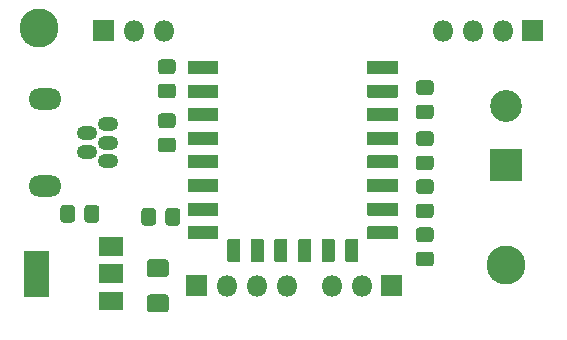
<source format=gbr>
G04 #@! TF.GenerationSoftware,KiCad,Pcbnew,(5.1.10)-1*
G04 #@! TF.CreationDate,2021-09-16T22:40:54-04:00*
G04 #@! TF.ProjectId,ESP_Switch,4553505f-5377-4697-9463-682e6b696361,v1.2*
G04 #@! TF.SameCoordinates,Original*
G04 #@! TF.FileFunction,Soldermask,Top*
G04 #@! TF.FilePolarity,Negative*
%FSLAX46Y46*%
G04 Gerber Fmt 4.6, Leading zero omitted, Abs format (unit mm)*
G04 Created by KiCad (PCBNEW (5.1.10)-1) date 2021-09-16 22:40:54*
%MOMM*%
%LPD*%
G01*
G04 APERTURE LIST*
%ADD10O,2.802000X1.802000*%
%ADD11O,1.752000X1.202000*%
%ADD12O,1.802000X1.802000*%
%ADD13C,3.302000*%
%ADD14C,2.702000*%
G04 APERTURE END LIST*
D10*
X83138800Y-94137500D03*
X83138800Y-86837500D03*
D11*
X86713800Y-91287500D03*
X86713800Y-89687500D03*
X88463800Y-92087500D03*
X88463800Y-88887500D03*
X88463800Y-90487500D03*
D12*
X93218000Y-81026000D03*
X90678000Y-81026000D03*
G36*
G01*
X88988000Y-81927000D02*
X87288000Y-81927000D01*
G75*
G02*
X87237000Y-81876000I0J51000D01*
G01*
X87237000Y-80176000D01*
G75*
G02*
X87288000Y-80125000I51000J0D01*
G01*
X88988000Y-80125000D01*
G75*
G02*
X89039000Y-80176000I0J-51000D01*
G01*
X89039000Y-81876000D01*
G75*
G02*
X88988000Y-81927000I-51000J0D01*
G01*
G37*
D13*
X122174000Y-100838000D03*
G36*
G01*
X92051894Y-103340000D02*
X93368106Y-103340000D01*
G75*
G02*
X93636000Y-103607894I0J-267894D01*
G01*
X93636000Y-104599106D01*
G75*
G02*
X93368106Y-104867000I-267894J0D01*
G01*
X92051894Y-104867000D01*
G75*
G02*
X91784000Y-104599106I0J267894D01*
G01*
X91784000Y-103607894D01*
G75*
G02*
X92051894Y-103340000I267894J0D01*
G01*
G37*
G36*
G01*
X92051894Y-100365000D02*
X93368106Y-100365000D01*
G75*
G02*
X93636000Y-100632894I0J-267894D01*
G01*
X93636000Y-101624106D01*
G75*
G02*
X93368106Y-101892000I-267894J0D01*
G01*
X92051894Y-101892000D01*
G75*
G02*
X91784000Y-101624106I0J267894D01*
G01*
X91784000Y-100632894D01*
G75*
G02*
X92051894Y-100365000I267894J0D01*
G01*
G37*
X82677000Y-80772000D03*
G36*
G01*
X96862000Y-103517000D02*
X95162000Y-103517000D01*
G75*
G02*
X95111000Y-103466000I0J51000D01*
G01*
X95111000Y-101766000D01*
G75*
G02*
X95162000Y-101715000I51000J0D01*
G01*
X96862000Y-101715000D01*
G75*
G02*
X96913000Y-101766000I0J-51000D01*
G01*
X96913000Y-103466000D01*
G75*
G02*
X96862000Y-103517000I-51000J0D01*
G01*
G37*
D12*
X98552000Y-102616000D03*
X101092000Y-102616000D03*
X103632000Y-102616000D03*
G36*
G01*
X89799000Y-103150000D02*
X89799000Y-104650000D01*
G75*
G02*
X89748000Y-104701000I-51000J0D01*
G01*
X87748000Y-104701000D01*
G75*
G02*
X87697000Y-104650000I0J51000D01*
G01*
X87697000Y-103150000D01*
G75*
G02*
X87748000Y-103099000I51000J0D01*
G01*
X89748000Y-103099000D01*
G75*
G02*
X89799000Y-103150000I0J-51000D01*
G01*
G37*
G36*
G01*
X89799000Y-98550000D02*
X89799000Y-100050000D01*
G75*
G02*
X89748000Y-100101000I-51000J0D01*
G01*
X87748000Y-100101000D01*
G75*
G02*
X87697000Y-100050000I0J51000D01*
G01*
X87697000Y-98550000D01*
G75*
G02*
X87748000Y-98499000I51000J0D01*
G01*
X89748000Y-98499000D01*
G75*
G02*
X89799000Y-98550000I0J-51000D01*
G01*
G37*
G36*
G01*
X89799000Y-100850000D02*
X89799000Y-102350000D01*
G75*
G02*
X89748000Y-102401000I-51000J0D01*
G01*
X87748000Y-102401000D01*
G75*
G02*
X87697000Y-102350000I0J51000D01*
G01*
X87697000Y-100850000D01*
G75*
G02*
X87748000Y-100799000I51000J0D01*
G01*
X89748000Y-100799000D01*
G75*
G02*
X89799000Y-100850000I0J-51000D01*
G01*
G37*
G36*
G01*
X83499000Y-99700000D02*
X83499000Y-103500000D01*
G75*
G02*
X83448000Y-103551000I-51000J0D01*
G01*
X81448000Y-103551000D01*
G75*
G02*
X81397000Y-103500000I0J51000D01*
G01*
X81397000Y-99700000D01*
G75*
G02*
X81448000Y-99649000I51000J0D01*
G01*
X83448000Y-99649000D01*
G75*
G02*
X83499000Y-99700000I0J-51000D01*
G01*
G37*
G36*
G01*
X95239000Y-84630000D02*
X95239000Y-83630000D01*
G75*
G02*
X95290000Y-83579000I51000J0D01*
G01*
X97790000Y-83579000D01*
G75*
G02*
X97841000Y-83630000I0J-51000D01*
G01*
X97841000Y-84630000D01*
G75*
G02*
X97790000Y-84681000I-51000J0D01*
G01*
X95290000Y-84681000D01*
G75*
G02*
X95239000Y-84630000I0J51000D01*
G01*
G37*
G36*
G01*
X95239000Y-86630000D02*
X95239000Y-85630000D01*
G75*
G02*
X95290000Y-85579000I51000J0D01*
G01*
X97790000Y-85579000D01*
G75*
G02*
X97841000Y-85630000I0J-51000D01*
G01*
X97841000Y-86630000D01*
G75*
G02*
X97790000Y-86681000I-51000J0D01*
G01*
X95290000Y-86681000D01*
G75*
G02*
X95239000Y-86630000I0J51000D01*
G01*
G37*
G36*
G01*
X95239000Y-88630000D02*
X95239000Y-87630000D01*
G75*
G02*
X95290000Y-87579000I51000J0D01*
G01*
X97790000Y-87579000D01*
G75*
G02*
X97841000Y-87630000I0J-51000D01*
G01*
X97841000Y-88630000D01*
G75*
G02*
X97790000Y-88681000I-51000J0D01*
G01*
X95290000Y-88681000D01*
G75*
G02*
X95239000Y-88630000I0J51000D01*
G01*
G37*
G36*
G01*
X95239000Y-90630000D02*
X95239000Y-89630000D01*
G75*
G02*
X95290000Y-89579000I51000J0D01*
G01*
X97790000Y-89579000D01*
G75*
G02*
X97841000Y-89630000I0J-51000D01*
G01*
X97841000Y-90630000D01*
G75*
G02*
X97790000Y-90681000I-51000J0D01*
G01*
X95290000Y-90681000D01*
G75*
G02*
X95239000Y-90630000I0J51000D01*
G01*
G37*
G36*
G01*
X95239000Y-92630000D02*
X95239000Y-91630000D01*
G75*
G02*
X95290000Y-91579000I51000J0D01*
G01*
X97790000Y-91579000D01*
G75*
G02*
X97841000Y-91630000I0J-51000D01*
G01*
X97841000Y-92630000D01*
G75*
G02*
X97790000Y-92681000I-51000J0D01*
G01*
X95290000Y-92681000D01*
G75*
G02*
X95239000Y-92630000I0J51000D01*
G01*
G37*
G36*
G01*
X95239000Y-94630000D02*
X95239000Y-93630000D01*
G75*
G02*
X95290000Y-93579000I51000J0D01*
G01*
X97790000Y-93579000D01*
G75*
G02*
X97841000Y-93630000I0J-51000D01*
G01*
X97841000Y-94630000D01*
G75*
G02*
X97790000Y-94681000I-51000J0D01*
G01*
X95290000Y-94681000D01*
G75*
G02*
X95239000Y-94630000I0J51000D01*
G01*
G37*
G36*
G01*
X95239000Y-96630000D02*
X95239000Y-95630000D01*
G75*
G02*
X95290000Y-95579000I51000J0D01*
G01*
X97790000Y-95579000D01*
G75*
G02*
X97841000Y-95630000I0J-51000D01*
G01*
X97841000Y-96630000D01*
G75*
G02*
X97790000Y-96681000I-51000J0D01*
G01*
X95290000Y-96681000D01*
G75*
G02*
X95239000Y-96630000I0J51000D01*
G01*
G37*
G36*
G01*
X95239000Y-98630000D02*
X95239000Y-97630000D01*
G75*
G02*
X95290000Y-97579000I51000J0D01*
G01*
X97790000Y-97579000D01*
G75*
G02*
X97841000Y-97630000I0J-51000D01*
G01*
X97841000Y-98630000D01*
G75*
G02*
X97790000Y-98681000I-51000J0D01*
G01*
X95290000Y-98681000D01*
G75*
G02*
X95239000Y-98630000I0J51000D01*
G01*
G37*
G36*
G01*
X98589000Y-100530000D02*
X98589000Y-98730000D01*
G75*
G02*
X98640000Y-98679000I51000J0D01*
G01*
X99640000Y-98679000D01*
G75*
G02*
X99691000Y-98730000I0J-51000D01*
G01*
X99691000Y-100530000D01*
G75*
G02*
X99640000Y-100581000I-51000J0D01*
G01*
X98640000Y-100581000D01*
G75*
G02*
X98589000Y-100530000I0J51000D01*
G01*
G37*
G36*
G01*
X100589000Y-100530000D02*
X100589000Y-98730000D01*
G75*
G02*
X100640000Y-98679000I51000J0D01*
G01*
X101640000Y-98679000D01*
G75*
G02*
X101691000Y-98730000I0J-51000D01*
G01*
X101691000Y-100530000D01*
G75*
G02*
X101640000Y-100581000I-51000J0D01*
G01*
X100640000Y-100581000D01*
G75*
G02*
X100589000Y-100530000I0J51000D01*
G01*
G37*
G36*
G01*
X102589000Y-100530000D02*
X102589000Y-98730000D01*
G75*
G02*
X102640000Y-98679000I51000J0D01*
G01*
X103640000Y-98679000D01*
G75*
G02*
X103691000Y-98730000I0J-51000D01*
G01*
X103691000Y-100530000D01*
G75*
G02*
X103640000Y-100581000I-51000J0D01*
G01*
X102640000Y-100581000D01*
G75*
G02*
X102589000Y-100530000I0J51000D01*
G01*
G37*
G36*
G01*
X104589000Y-100530000D02*
X104589000Y-98730000D01*
G75*
G02*
X104640000Y-98679000I51000J0D01*
G01*
X105640000Y-98679000D01*
G75*
G02*
X105691000Y-98730000I0J-51000D01*
G01*
X105691000Y-100530000D01*
G75*
G02*
X105640000Y-100581000I-51000J0D01*
G01*
X104640000Y-100581000D01*
G75*
G02*
X104589000Y-100530000I0J51000D01*
G01*
G37*
G36*
G01*
X106589000Y-100530000D02*
X106589000Y-98730000D01*
G75*
G02*
X106640000Y-98679000I51000J0D01*
G01*
X107640000Y-98679000D01*
G75*
G02*
X107691000Y-98730000I0J-51000D01*
G01*
X107691000Y-100530000D01*
G75*
G02*
X107640000Y-100581000I-51000J0D01*
G01*
X106640000Y-100581000D01*
G75*
G02*
X106589000Y-100530000I0J51000D01*
G01*
G37*
G36*
G01*
X108589000Y-100530000D02*
X108589000Y-98730000D01*
G75*
G02*
X108640000Y-98679000I51000J0D01*
G01*
X109640000Y-98679000D01*
G75*
G02*
X109691000Y-98730000I0J-51000D01*
G01*
X109691000Y-100530000D01*
G75*
G02*
X109640000Y-100581000I-51000J0D01*
G01*
X108640000Y-100581000D01*
G75*
G02*
X108589000Y-100530000I0J51000D01*
G01*
G37*
G36*
G01*
X110439000Y-98630000D02*
X110439000Y-97630000D01*
G75*
G02*
X110490000Y-97579000I51000J0D01*
G01*
X112990000Y-97579000D01*
G75*
G02*
X113041000Y-97630000I0J-51000D01*
G01*
X113041000Y-98630000D01*
G75*
G02*
X112990000Y-98681000I-51000J0D01*
G01*
X110490000Y-98681000D01*
G75*
G02*
X110439000Y-98630000I0J51000D01*
G01*
G37*
G36*
G01*
X110439000Y-96630000D02*
X110439000Y-95630000D01*
G75*
G02*
X110490000Y-95579000I51000J0D01*
G01*
X112990000Y-95579000D01*
G75*
G02*
X113041000Y-95630000I0J-51000D01*
G01*
X113041000Y-96630000D01*
G75*
G02*
X112990000Y-96681000I-51000J0D01*
G01*
X110490000Y-96681000D01*
G75*
G02*
X110439000Y-96630000I0J51000D01*
G01*
G37*
G36*
G01*
X110439000Y-94630000D02*
X110439000Y-93630000D01*
G75*
G02*
X110490000Y-93579000I51000J0D01*
G01*
X112990000Y-93579000D01*
G75*
G02*
X113041000Y-93630000I0J-51000D01*
G01*
X113041000Y-94630000D01*
G75*
G02*
X112990000Y-94681000I-51000J0D01*
G01*
X110490000Y-94681000D01*
G75*
G02*
X110439000Y-94630000I0J51000D01*
G01*
G37*
G36*
G01*
X110439000Y-92630000D02*
X110439000Y-91630000D01*
G75*
G02*
X110490000Y-91579000I51000J0D01*
G01*
X112990000Y-91579000D01*
G75*
G02*
X113041000Y-91630000I0J-51000D01*
G01*
X113041000Y-92630000D01*
G75*
G02*
X112990000Y-92681000I-51000J0D01*
G01*
X110490000Y-92681000D01*
G75*
G02*
X110439000Y-92630000I0J51000D01*
G01*
G37*
G36*
G01*
X110439000Y-90630000D02*
X110439000Y-89630000D01*
G75*
G02*
X110490000Y-89579000I51000J0D01*
G01*
X112990000Y-89579000D01*
G75*
G02*
X113041000Y-89630000I0J-51000D01*
G01*
X113041000Y-90630000D01*
G75*
G02*
X112990000Y-90681000I-51000J0D01*
G01*
X110490000Y-90681000D01*
G75*
G02*
X110439000Y-90630000I0J51000D01*
G01*
G37*
G36*
G01*
X110439000Y-88630000D02*
X110439000Y-87630000D01*
G75*
G02*
X110490000Y-87579000I51000J0D01*
G01*
X112990000Y-87579000D01*
G75*
G02*
X113041000Y-87630000I0J-51000D01*
G01*
X113041000Y-88630000D01*
G75*
G02*
X112990000Y-88681000I-51000J0D01*
G01*
X110490000Y-88681000D01*
G75*
G02*
X110439000Y-88630000I0J51000D01*
G01*
G37*
G36*
G01*
X110439000Y-86630000D02*
X110439000Y-85630000D01*
G75*
G02*
X110490000Y-85579000I51000J0D01*
G01*
X112990000Y-85579000D01*
G75*
G02*
X113041000Y-85630000I0J-51000D01*
G01*
X113041000Y-86630000D01*
G75*
G02*
X112990000Y-86681000I-51000J0D01*
G01*
X110490000Y-86681000D01*
G75*
G02*
X110439000Y-86630000I0J51000D01*
G01*
G37*
G36*
G01*
X110439000Y-84630000D02*
X110439000Y-83630000D01*
G75*
G02*
X110490000Y-83579000I51000J0D01*
G01*
X112990000Y-83579000D01*
G75*
G02*
X113041000Y-83630000I0J-51000D01*
G01*
X113041000Y-84630000D01*
G75*
G02*
X112990000Y-84681000I-51000J0D01*
G01*
X110490000Y-84681000D01*
G75*
G02*
X110439000Y-84630000I0J51000D01*
G01*
G37*
G36*
G01*
X115794828Y-86469000D02*
X114837172Y-86469000D01*
G75*
G02*
X114565000Y-86196828I0J272172D01*
G01*
X114565000Y-85489172D01*
G75*
G02*
X114837172Y-85217000I272172J0D01*
G01*
X115794828Y-85217000D01*
G75*
G02*
X116067000Y-85489172I0J-272172D01*
G01*
X116067000Y-86196828D01*
G75*
G02*
X115794828Y-86469000I-272172J0D01*
G01*
G37*
G36*
G01*
X115794828Y-88519000D02*
X114837172Y-88519000D01*
G75*
G02*
X114565000Y-88246828I0J272172D01*
G01*
X114565000Y-87539172D01*
G75*
G02*
X114837172Y-87267000I272172J0D01*
G01*
X115794828Y-87267000D01*
G75*
G02*
X116067000Y-87539172I0J-272172D01*
G01*
X116067000Y-88246828D01*
G75*
G02*
X115794828Y-88519000I-272172J0D01*
G01*
G37*
G36*
G01*
X114837172Y-91585000D02*
X115794828Y-91585000D01*
G75*
G02*
X116067000Y-91857172I0J-272172D01*
G01*
X116067000Y-92564828D01*
G75*
G02*
X115794828Y-92837000I-272172J0D01*
G01*
X114837172Y-92837000D01*
G75*
G02*
X114565000Y-92564828I0J272172D01*
G01*
X114565000Y-91857172D01*
G75*
G02*
X114837172Y-91585000I272172J0D01*
G01*
G37*
G36*
G01*
X114837172Y-89535000D02*
X115794828Y-89535000D01*
G75*
G02*
X116067000Y-89807172I0J-272172D01*
G01*
X116067000Y-90514828D01*
G75*
G02*
X115794828Y-90787000I-272172J0D01*
G01*
X114837172Y-90787000D01*
G75*
G02*
X114565000Y-90514828I0J272172D01*
G01*
X114565000Y-89807172D01*
G75*
G02*
X114837172Y-89535000I272172J0D01*
G01*
G37*
G36*
G01*
X114837172Y-99722000D02*
X115794828Y-99722000D01*
G75*
G02*
X116067000Y-99994172I0J-272172D01*
G01*
X116067000Y-100701828D01*
G75*
G02*
X115794828Y-100974000I-272172J0D01*
G01*
X114837172Y-100974000D01*
G75*
G02*
X114565000Y-100701828I0J272172D01*
G01*
X114565000Y-99994172D01*
G75*
G02*
X114837172Y-99722000I272172J0D01*
G01*
G37*
G36*
G01*
X114837172Y-97672000D02*
X115794828Y-97672000D01*
G75*
G02*
X116067000Y-97944172I0J-272172D01*
G01*
X116067000Y-98651828D01*
G75*
G02*
X115794828Y-98924000I-272172J0D01*
G01*
X114837172Y-98924000D01*
G75*
G02*
X114565000Y-98651828I0J272172D01*
G01*
X114565000Y-97944172D01*
G75*
G02*
X114837172Y-97672000I272172J0D01*
G01*
G37*
G36*
G01*
X115794828Y-94851000D02*
X114837172Y-94851000D01*
G75*
G02*
X114565000Y-94578828I0J272172D01*
G01*
X114565000Y-93871172D01*
G75*
G02*
X114837172Y-93599000I272172J0D01*
G01*
X115794828Y-93599000D01*
G75*
G02*
X116067000Y-93871172I0J-272172D01*
G01*
X116067000Y-94578828D01*
G75*
G02*
X115794828Y-94851000I-272172J0D01*
G01*
G37*
G36*
G01*
X115794828Y-96901000D02*
X114837172Y-96901000D01*
G75*
G02*
X114565000Y-96628828I0J272172D01*
G01*
X114565000Y-95921172D01*
G75*
G02*
X114837172Y-95649000I272172J0D01*
G01*
X115794828Y-95649000D01*
G75*
G02*
X116067000Y-95921172I0J-272172D01*
G01*
X116067000Y-96628828D01*
G75*
G02*
X115794828Y-96901000I-272172J0D01*
G01*
G37*
G36*
G01*
X93950828Y-84700000D02*
X92993172Y-84700000D01*
G75*
G02*
X92721000Y-84427828I0J272172D01*
G01*
X92721000Y-83720172D01*
G75*
G02*
X92993172Y-83448000I272172J0D01*
G01*
X93950828Y-83448000D01*
G75*
G02*
X94223000Y-83720172I0J-272172D01*
G01*
X94223000Y-84427828D01*
G75*
G02*
X93950828Y-84700000I-272172J0D01*
G01*
G37*
G36*
G01*
X93950828Y-86750000D02*
X92993172Y-86750000D01*
G75*
G02*
X92721000Y-86477828I0J272172D01*
G01*
X92721000Y-85770172D01*
G75*
G02*
X92993172Y-85498000I272172J0D01*
G01*
X93950828Y-85498000D01*
G75*
G02*
X94223000Y-85770172I0J-272172D01*
G01*
X94223000Y-86477828D01*
G75*
G02*
X93950828Y-86750000I-272172J0D01*
G01*
G37*
G36*
G01*
X93950828Y-89272000D02*
X92993172Y-89272000D01*
G75*
G02*
X92721000Y-88999828I0J272172D01*
G01*
X92721000Y-88292172D01*
G75*
G02*
X92993172Y-88020000I272172J0D01*
G01*
X93950828Y-88020000D01*
G75*
G02*
X94223000Y-88292172I0J-272172D01*
G01*
X94223000Y-88999828D01*
G75*
G02*
X93950828Y-89272000I-272172J0D01*
G01*
G37*
G36*
G01*
X93950828Y-91322000D02*
X92993172Y-91322000D01*
G75*
G02*
X92721000Y-91049828I0J272172D01*
G01*
X92721000Y-90342172D01*
G75*
G02*
X92993172Y-90070000I272172J0D01*
G01*
X93950828Y-90070000D01*
G75*
G02*
X94223000Y-90342172I0J-272172D01*
G01*
X94223000Y-91049828D01*
G75*
G02*
X93950828Y-91322000I-272172J0D01*
G01*
G37*
D14*
X122200000Y-87400000D03*
G36*
G01*
X123500000Y-93751000D02*
X120900000Y-93751000D01*
G75*
G02*
X120849000Y-93700000I0J51000D01*
G01*
X120849000Y-91100000D01*
G75*
G02*
X120900000Y-91049000I51000J0D01*
G01*
X123500000Y-91049000D01*
G75*
G02*
X123551000Y-91100000I0J-51000D01*
G01*
X123551000Y-93700000D01*
G75*
G02*
X123500000Y-93751000I-51000J0D01*
G01*
G37*
D12*
X116840000Y-81026000D03*
X119380000Y-81026000D03*
X121920000Y-81026000D03*
G36*
G01*
X123610000Y-80125000D02*
X125310000Y-80125000D01*
G75*
G02*
X125361000Y-80176000I0J-51000D01*
G01*
X125361000Y-81876000D01*
G75*
G02*
X125310000Y-81927000I-51000J0D01*
G01*
X123610000Y-81927000D01*
G75*
G02*
X123559000Y-81876000I0J51000D01*
G01*
X123559000Y-80176000D01*
G75*
G02*
X123610000Y-80125000I51000J0D01*
G01*
G37*
X107442000Y-102616000D03*
X109982000Y-102616000D03*
G36*
G01*
X111672000Y-101715000D02*
X113372000Y-101715000D01*
G75*
G02*
X113423000Y-101766000I0J-51000D01*
G01*
X113423000Y-103466000D01*
G75*
G02*
X113372000Y-103517000I-51000J0D01*
G01*
X111672000Y-103517000D01*
G75*
G02*
X111621000Y-103466000I0J51000D01*
G01*
X111621000Y-101766000D01*
G75*
G02*
X111672000Y-101715000I51000J0D01*
G01*
G37*
G36*
G01*
X85707000Y-96041172D02*
X85707000Y-96998828D01*
G75*
G02*
X85434828Y-97271000I-272172J0D01*
G01*
X84727172Y-97271000D01*
G75*
G02*
X84455000Y-96998828I0J272172D01*
G01*
X84455000Y-96041172D01*
G75*
G02*
X84727172Y-95769000I272172J0D01*
G01*
X85434828Y-95769000D01*
G75*
G02*
X85707000Y-96041172I0J-272172D01*
G01*
G37*
G36*
G01*
X87757000Y-96041172D02*
X87757000Y-96998828D01*
G75*
G02*
X87484828Y-97271000I-272172J0D01*
G01*
X86777172Y-97271000D01*
G75*
G02*
X86505000Y-96998828I0J272172D01*
G01*
X86505000Y-96041172D01*
G75*
G02*
X86777172Y-95769000I272172J0D01*
G01*
X87484828Y-95769000D01*
G75*
G02*
X87757000Y-96041172I0J-272172D01*
G01*
G37*
G36*
G01*
X92565000Y-96295172D02*
X92565000Y-97252828D01*
G75*
G02*
X92292828Y-97525000I-272172J0D01*
G01*
X91585172Y-97525000D01*
G75*
G02*
X91313000Y-97252828I0J272172D01*
G01*
X91313000Y-96295172D01*
G75*
G02*
X91585172Y-96023000I272172J0D01*
G01*
X92292828Y-96023000D01*
G75*
G02*
X92565000Y-96295172I0J-272172D01*
G01*
G37*
G36*
G01*
X94615000Y-96295172D02*
X94615000Y-97252828D01*
G75*
G02*
X94342828Y-97525000I-272172J0D01*
G01*
X93635172Y-97525000D01*
G75*
G02*
X93363000Y-97252828I0J272172D01*
G01*
X93363000Y-96295172D01*
G75*
G02*
X93635172Y-96023000I272172J0D01*
G01*
X94342828Y-96023000D01*
G75*
G02*
X94615000Y-96295172I0J-272172D01*
G01*
G37*
M02*

</source>
